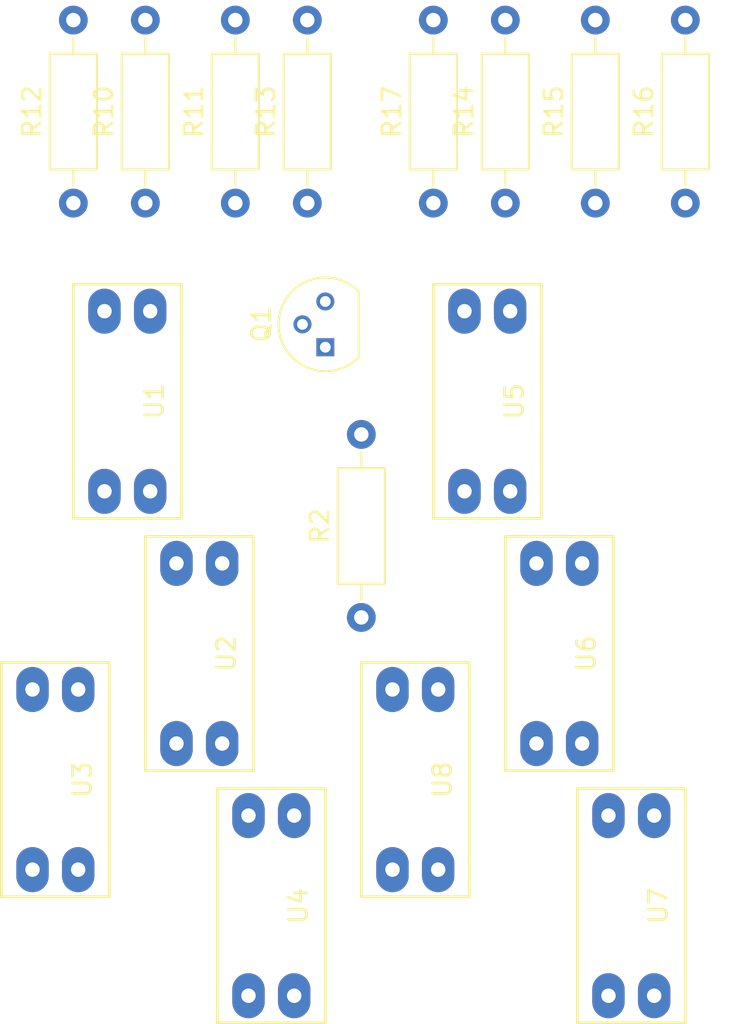
<source format=kicad_pcb>
(kicad_pcb (version 4) (host pcbnew 4.0.6)

  (general
    (links 32)
    (no_connects 32)
    (area 0 0 0 0)
    (thickness 1.6)
    (drawings 0)
    (tracks 0)
    (zones 0)
    (modules 18)
    (nets 13)
  )

  (page A4)
  (layers
    (0 F.Cu signal)
    (31 B.Cu signal)
    (32 B.Adhes user)
    (33 F.Adhes user)
    (34 B.Paste user)
    (35 F.Paste user)
    (36 B.SilkS user)
    (37 F.SilkS user)
    (38 B.Mask user)
    (39 F.Mask user)
    (40 Dwgs.User user)
    (41 Cmts.User user)
    (42 Eco1.User user)
    (43 Eco2.User user)
    (44 Edge.Cuts user)
    (45 Margin user)
    (46 B.CrtYd user)
    (47 F.CrtYd user)
    (48 B.Fab user)
    (49 F.Fab user)
  )

  (setup
    (last_trace_width 0.25)
    (trace_clearance 0.2)
    (zone_clearance 0.508)
    (zone_45_only no)
    (trace_min 0.2)
    (segment_width 0.2)
    (edge_width 0.15)
    (via_size 0.6)
    (via_drill 0.4)
    (via_min_size 0.4)
    (via_min_drill 0.3)
    (uvia_size 0.3)
    (uvia_drill 0.1)
    (uvias_allowed no)
    (uvia_min_size 0.2)
    (uvia_min_drill 0.1)
    (pcb_text_width 0.3)
    (pcb_text_size 1.5 1.5)
    (mod_edge_width 0.15)
    (mod_text_size 1 1)
    (mod_text_width 0.15)
    (pad_size 1.524 1.524)
    (pad_drill 0.762)
    (pad_to_mask_clearance 0.2)
    (aux_axis_origin 0 0)
    (visible_elements FFFFFF7F)
    (pcbplotparams
      (layerselection 0x00030_80000001)
      (usegerberextensions false)
      (excludeedgelayer true)
      (linewidth 0.100000)
      (plotframeref false)
      (viasonmask false)
      (mode 1)
      (useauxorigin false)
      (hpglpennumber 1)
      (hpglpenspeed 20)
      (hpglpendiameter 15)
      (hpglpenoverlay 2)
      (psnegative false)
      (psa4output false)
      (plotreference true)
      (plotvalue true)
      (plotinvisibletext false)
      (padsonsilk false)
      (subtractmaskfromsilk false)
      (outputformat 1)
      (mirror false)
      (drillshape 1)
      (scaleselection 1)
      (outputdirectory ""))
  )

  (net 0 "")
  (net 1 "Net-(Q1-Pad2)")
  (net 2 "Net-(Q1-Pad3)")
  (net 3 GND)
  (net 4 "Net-(R10-Pad1)")
  (net 5 +5V)
  (net 6 "Net-(R11-Pad1)")
  (net 7 "Net-(R12-Pad1)")
  (net 8 "Net-(R13-Pad1)")
  (net 9 "Net-(R14-Pad1)")
  (net 10 "Net-(R15-Pad1)")
  (net 11 "Net-(R16-Pad1)")
  (net 12 "Net-(R17-Pad1)")

  (net_class Default "This is the default net class."
    (clearance 0.2)
    (trace_width 0.25)
    (via_dia 0.6)
    (via_drill 0.4)
    (uvia_dia 0.3)
    (uvia_drill 0.1)
    (add_net +5V)
    (add_net GND)
    (add_net "Net-(Q1-Pad2)")
    (add_net "Net-(Q1-Pad3)")
    (add_net "Net-(R10-Pad1)")
    (add_net "Net-(R11-Pad1)")
    (add_net "Net-(R12-Pad1)")
    (add_net "Net-(R13-Pad1)")
    (add_net "Net-(R14-Pad1)")
    (add_net "Net-(R15-Pad1)")
    (add_net "Net-(R16-Pad1)")
    (add_net "Net-(R17-Pad1)")
  )

  (module TO_SOT_Packages_THT:TO-92_Molded_Narrow (layer F.Cu) (tedit 58CE52AF) (tstamp 59CC161B)
    (at 111 97 90)
    (descr "TO-92 leads molded, narrow, drill 0.6mm (see NXP sot054_po.pdf)")
    (tags "to-92 sc-43 sc-43a sot54 PA33 transistor")
    (path /59826E5B)
    (fp_text reference Q1 (at 1.27 -3.56 90) (layer F.SilkS)
      (effects (font (size 1 1) (thickness 0.15)))
    )
    (fp_text value PN2222A (at 1.27 2.79 90) (layer F.Fab)
      (effects (font (size 1 1) (thickness 0.15)))
    )
    (fp_text user %R (at 1.27 -3.56 90) (layer F.Fab)
      (effects (font (size 1 1) (thickness 0.15)))
    )
    (fp_line (start -0.53 1.85) (end 3.07 1.85) (layer F.SilkS) (width 0.12))
    (fp_line (start -0.5 1.75) (end 3 1.75) (layer F.Fab) (width 0.1))
    (fp_line (start -1.46 -2.73) (end 4 -2.73) (layer F.CrtYd) (width 0.05))
    (fp_line (start -1.46 -2.73) (end -1.46 2.01) (layer F.CrtYd) (width 0.05))
    (fp_line (start 4 2.01) (end 4 -2.73) (layer F.CrtYd) (width 0.05))
    (fp_line (start 4 2.01) (end -1.46 2.01) (layer F.CrtYd) (width 0.05))
    (fp_arc (start 1.27 0) (end 1.27 -2.48) (angle 135) (layer F.Fab) (width 0.1))
    (fp_arc (start 1.27 0) (end 1.27 -2.6) (angle -135) (layer F.SilkS) (width 0.12))
    (fp_arc (start 1.27 0) (end 1.27 -2.48) (angle -135) (layer F.Fab) (width 0.1))
    (fp_arc (start 1.27 0) (end 1.27 -2.6) (angle 135) (layer F.SilkS) (width 0.12))
    (pad 2 thru_hole circle (at 1.27 -1.27 180) (size 1 1) (drill 0.6) (layers *.Cu *.Mask)
      (net 1 "Net-(Q1-Pad2)"))
    (pad 3 thru_hole circle (at 2.54 0 180) (size 1 1) (drill 0.6) (layers *.Cu *.Mask)
      (net 2 "Net-(Q1-Pad3)"))
    (pad 1 thru_hole rect (at 0 0 180) (size 1 1) (drill 0.6) (layers *.Cu *.Mask)
      (net 3 GND))
    (model ${KISYS3DMOD}/TO_SOT_Packages_THT.3dshapes/TO-92_Molded_Narrow.wrl
      (at (xyz 0.05 0 0))
      (scale (xyz 1 1 1))
      (rotate (xyz 0 0 -90))
    )
  )

  (module Resistors_ThroughHole:R_Axial_DIN0207_L6.3mm_D2.5mm_P10.16mm_Horizontal (layer F.Cu) (tedit 5874F706) (tstamp 59CC1621)
    (at 113 112 90)
    (descr "Resistor, Axial_DIN0207 series, Axial, Horizontal, pin pitch=10.16mm, 0.25W = 1/4W, length*diameter=6.3*2.5mm^2, http://cdn-reichelt.de/documents/datenblatt/B400/1_4W%23YAG.pdf")
    (tags "Resistor Axial_DIN0207 series Axial Horizontal pin pitch 10.16mm 0.25W = 1/4W length 6.3mm diameter 2.5mm")
    (path /5982D566)
    (fp_text reference R2 (at 5.08 -2.31 90) (layer F.SilkS)
      (effects (font (size 1 1) (thickness 0.15)))
    )
    (fp_text value 1k (at 5.08 2.31 90) (layer F.Fab)
      (effects (font (size 1 1) (thickness 0.15)))
    )
    (fp_line (start 1.93 -1.25) (end 1.93 1.25) (layer F.Fab) (width 0.1))
    (fp_line (start 1.93 1.25) (end 8.23 1.25) (layer F.Fab) (width 0.1))
    (fp_line (start 8.23 1.25) (end 8.23 -1.25) (layer F.Fab) (width 0.1))
    (fp_line (start 8.23 -1.25) (end 1.93 -1.25) (layer F.Fab) (width 0.1))
    (fp_line (start 0 0) (end 1.93 0) (layer F.Fab) (width 0.1))
    (fp_line (start 10.16 0) (end 8.23 0) (layer F.Fab) (width 0.1))
    (fp_line (start 1.87 -1.31) (end 1.87 1.31) (layer F.SilkS) (width 0.12))
    (fp_line (start 1.87 1.31) (end 8.29 1.31) (layer F.SilkS) (width 0.12))
    (fp_line (start 8.29 1.31) (end 8.29 -1.31) (layer F.SilkS) (width 0.12))
    (fp_line (start 8.29 -1.31) (end 1.87 -1.31) (layer F.SilkS) (width 0.12))
    (fp_line (start 0.98 0) (end 1.87 0) (layer F.SilkS) (width 0.12))
    (fp_line (start 9.18 0) (end 8.29 0) (layer F.SilkS) (width 0.12))
    (fp_line (start -1.05 -1.6) (end -1.05 1.6) (layer F.CrtYd) (width 0.05))
    (fp_line (start -1.05 1.6) (end 11.25 1.6) (layer F.CrtYd) (width 0.05))
    (fp_line (start 11.25 1.6) (end 11.25 -1.6) (layer F.CrtYd) (width 0.05))
    (fp_line (start 11.25 -1.6) (end -1.05 -1.6) (layer F.CrtYd) (width 0.05))
    (pad 1 thru_hole circle (at 0 0 90) (size 1.6 1.6) (drill 0.8) (layers *.Cu *.Mask))
    (pad 2 thru_hole oval (at 10.16 0 90) (size 1.6 1.6) (drill 0.8) (layers *.Cu *.Mask)
      (net 1 "Net-(Q1-Pad2)"))
    (model ${KISYS3DMOD}/Resistors_THT.3dshapes/R_Axial_DIN0207_L6.3mm_D2.5mm_P10.16mm_Horizontal.wrl
      (at (xyz 0 0 0))
      (scale (xyz 0.393701 0.393701 0.393701))
      (rotate (xyz 0 0 0))
    )
  )

  (module Resistors_ThroughHole:R_Axial_DIN0207_L6.3mm_D2.5mm_P10.16mm_Horizontal (layer F.Cu) (tedit 5874F706) (tstamp 59CC1627)
    (at 101 89 90)
    (descr "Resistor, Axial_DIN0207 series, Axial, Horizontal, pin pitch=10.16mm, 0.25W = 1/4W, length*diameter=6.3*2.5mm^2, http://cdn-reichelt.de/documents/datenblatt/B400/1_4W%23YAG.pdf")
    (tags "Resistor Axial_DIN0207 series Axial Horizontal pin pitch 10.16mm 0.25W = 1/4W length 6.3mm diameter 2.5mm")
    (path /598263CC)
    (fp_text reference R10 (at 5.08 -2.31 90) (layer F.SilkS)
      (effects (font (size 1 1) (thickness 0.15)))
    )
    (fp_text value 270R (at 5.08 2.31 90) (layer F.Fab)
      (effects (font (size 1 1) (thickness 0.15)))
    )
    (fp_line (start 1.93 -1.25) (end 1.93 1.25) (layer F.Fab) (width 0.1))
    (fp_line (start 1.93 1.25) (end 8.23 1.25) (layer F.Fab) (width 0.1))
    (fp_line (start 8.23 1.25) (end 8.23 -1.25) (layer F.Fab) (width 0.1))
    (fp_line (start 8.23 -1.25) (end 1.93 -1.25) (layer F.Fab) (width 0.1))
    (fp_line (start 0 0) (end 1.93 0) (layer F.Fab) (width 0.1))
    (fp_line (start 10.16 0) (end 8.23 0) (layer F.Fab) (width 0.1))
    (fp_line (start 1.87 -1.31) (end 1.87 1.31) (layer F.SilkS) (width 0.12))
    (fp_line (start 1.87 1.31) (end 8.29 1.31) (layer F.SilkS) (width 0.12))
    (fp_line (start 8.29 1.31) (end 8.29 -1.31) (layer F.SilkS) (width 0.12))
    (fp_line (start 8.29 -1.31) (end 1.87 -1.31) (layer F.SilkS) (width 0.12))
    (fp_line (start 0.98 0) (end 1.87 0) (layer F.SilkS) (width 0.12))
    (fp_line (start 9.18 0) (end 8.29 0) (layer F.SilkS) (width 0.12))
    (fp_line (start -1.05 -1.6) (end -1.05 1.6) (layer F.CrtYd) (width 0.05))
    (fp_line (start -1.05 1.6) (end 11.25 1.6) (layer F.CrtYd) (width 0.05))
    (fp_line (start 11.25 1.6) (end 11.25 -1.6) (layer F.CrtYd) (width 0.05))
    (fp_line (start 11.25 -1.6) (end -1.05 -1.6) (layer F.CrtYd) (width 0.05))
    (pad 1 thru_hole circle (at 0 0 90) (size 1.6 1.6) (drill 0.8) (layers *.Cu *.Mask)
      (net 4 "Net-(R10-Pad1)"))
    (pad 2 thru_hole oval (at 10.16 0 90) (size 1.6 1.6) (drill 0.8) (layers *.Cu *.Mask)
      (net 5 +5V))
    (model ${KISYS3DMOD}/Resistors_THT.3dshapes/R_Axial_DIN0207_L6.3mm_D2.5mm_P10.16mm_Horizontal.wrl
      (at (xyz 0 0 0))
      (scale (xyz 0.393701 0.393701 0.393701))
      (rotate (xyz 0 0 0))
    )
  )

  (module Resistors_ThroughHole:R_Axial_DIN0207_L6.3mm_D2.5mm_P10.16mm_Horizontal (layer F.Cu) (tedit 5874F706) (tstamp 59CC162D)
    (at 106 89 90)
    (descr "Resistor, Axial_DIN0207 series, Axial, Horizontal, pin pitch=10.16mm, 0.25W = 1/4W, length*diameter=6.3*2.5mm^2, http://cdn-reichelt.de/documents/datenblatt/B400/1_4W%23YAG.pdf")
    (tags "Resistor Axial_DIN0207 series Axial Horizontal pin pitch 10.16mm 0.25W = 1/4W length 6.3mm diameter 2.5mm")
    (path /59826295)
    (fp_text reference R11 (at 5.08 -2.31 90) (layer F.SilkS)
      (effects (font (size 1 1) (thickness 0.15)))
    )
    (fp_text value 270R (at 5.08 2.31 90) (layer F.Fab)
      (effects (font (size 1 1) (thickness 0.15)))
    )
    (fp_line (start 1.93 -1.25) (end 1.93 1.25) (layer F.Fab) (width 0.1))
    (fp_line (start 1.93 1.25) (end 8.23 1.25) (layer F.Fab) (width 0.1))
    (fp_line (start 8.23 1.25) (end 8.23 -1.25) (layer F.Fab) (width 0.1))
    (fp_line (start 8.23 -1.25) (end 1.93 -1.25) (layer F.Fab) (width 0.1))
    (fp_line (start 0 0) (end 1.93 0) (layer F.Fab) (width 0.1))
    (fp_line (start 10.16 0) (end 8.23 0) (layer F.Fab) (width 0.1))
    (fp_line (start 1.87 -1.31) (end 1.87 1.31) (layer F.SilkS) (width 0.12))
    (fp_line (start 1.87 1.31) (end 8.29 1.31) (layer F.SilkS) (width 0.12))
    (fp_line (start 8.29 1.31) (end 8.29 -1.31) (layer F.SilkS) (width 0.12))
    (fp_line (start 8.29 -1.31) (end 1.87 -1.31) (layer F.SilkS) (width 0.12))
    (fp_line (start 0.98 0) (end 1.87 0) (layer F.SilkS) (width 0.12))
    (fp_line (start 9.18 0) (end 8.29 0) (layer F.SilkS) (width 0.12))
    (fp_line (start -1.05 -1.6) (end -1.05 1.6) (layer F.CrtYd) (width 0.05))
    (fp_line (start -1.05 1.6) (end 11.25 1.6) (layer F.CrtYd) (width 0.05))
    (fp_line (start 11.25 1.6) (end 11.25 -1.6) (layer F.CrtYd) (width 0.05))
    (fp_line (start 11.25 -1.6) (end -1.05 -1.6) (layer F.CrtYd) (width 0.05))
    (pad 1 thru_hole circle (at 0 0 90) (size 1.6 1.6) (drill 0.8) (layers *.Cu *.Mask)
      (net 6 "Net-(R11-Pad1)"))
    (pad 2 thru_hole oval (at 10.16 0 90) (size 1.6 1.6) (drill 0.8) (layers *.Cu *.Mask)
      (net 5 +5V))
    (model ${KISYS3DMOD}/Resistors_THT.3dshapes/R_Axial_DIN0207_L6.3mm_D2.5mm_P10.16mm_Horizontal.wrl
      (at (xyz 0 0 0))
      (scale (xyz 0.393701 0.393701 0.393701))
      (rotate (xyz 0 0 0))
    )
  )

  (module Resistors_ThroughHole:R_Axial_DIN0207_L6.3mm_D2.5mm_P10.16mm_Horizontal (layer F.Cu) (tedit 5874F706) (tstamp 59CC1633)
    (at 97 89 90)
    (descr "Resistor, Axial_DIN0207 series, Axial, Horizontal, pin pitch=10.16mm, 0.25W = 1/4W, length*diameter=6.3*2.5mm^2, http://cdn-reichelt.de/documents/datenblatt/B400/1_4W%23YAG.pdf")
    (tags "Resistor Axial_DIN0207 series Axial Horizontal pin pitch 10.16mm 0.25W = 1/4W length 6.3mm diameter 2.5mm")
    (path /598265FB)
    (fp_text reference R12 (at 5.08 -2.31 90) (layer F.SilkS)
      (effects (font (size 1 1) (thickness 0.15)))
    )
    (fp_text value 270R (at 5.08 2.31 90) (layer F.Fab)
      (effects (font (size 1 1) (thickness 0.15)))
    )
    (fp_line (start 1.93 -1.25) (end 1.93 1.25) (layer F.Fab) (width 0.1))
    (fp_line (start 1.93 1.25) (end 8.23 1.25) (layer F.Fab) (width 0.1))
    (fp_line (start 8.23 1.25) (end 8.23 -1.25) (layer F.Fab) (width 0.1))
    (fp_line (start 8.23 -1.25) (end 1.93 -1.25) (layer F.Fab) (width 0.1))
    (fp_line (start 0 0) (end 1.93 0) (layer F.Fab) (width 0.1))
    (fp_line (start 10.16 0) (end 8.23 0) (layer F.Fab) (width 0.1))
    (fp_line (start 1.87 -1.31) (end 1.87 1.31) (layer F.SilkS) (width 0.12))
    (fp_line (start 1.87 1.31) (end 8.29 1.31) (layer F.SilkS) (width 0.12))
    (fp_line (start 8.29 1.31) (end 8.29 -1.31) (layer F.SilkS) (width 0.12))
    (fp_line (start 8.29 -1.31) (end 1.87 -1.31) (layer F.SilkS) (width 0.12))
    (fp_line (start 0.98 0) (end 1.87 0) (layer F.SilkS) (width 0.12))
    (fp_line (start 9.18 0) (end 8.29 0) (layer F.SilkS) (width 0.12))
    (fp_line (start -1.05 -1.6) (end -1.05 1.6) (layer F.CrtYd) (width 0.05))
    (fp_line (start -1.05 1.6) (end 11.25 1.6) (layer F.CrtYd) (width 0.05))
    (fp_line (start 11.25 1.6) (end 11.25 -1.6) (layer F.CrtYd) (width 0.05))
    (fp_line (start 11.25 -1.6) (end -1.05 -1.6) (layer F.CrtYd) (width 0.05))
    (pad 1 thru_hole circle (at 0 0 90) (size 1.6 1.6) (drill 0.8) (layers *.Cu *.Mask)
      (net 7 "Net-(R12-Pad1)"))
    (pad 2 thru_hole oval (at 10.16 0 90) (size 1.6 1.6) (drill 0.8) (layers *.Cu *.Mask)
      (net 5 +5V))
    (model ${KISYS3DMOD}/Resistors_THT.3dshapes/R_Axial_DIN0207_L6.3mm_D2.5mm_P10.16mm_Horizontal.wrl
      (at (xyz 0 0 0))
      (scale (xyz 0.393701 0.393701 0.393701))
      (rotate (xyz 0 0 0))
    )
  )

  (module Resistors_ThroughHole:R_Axial_DIN0207_L6.3mm_D2.5mm_P10.16mm_Horizontal (layer F.Cu) (tedit 5874F706) (tstamp 59CC1639)
    (at 110 89 90)
    (descr "Resistor, Axial_DIN0207 series, Axial, Horizontal, pin pitch=10.16mm, 0.25W = 1/4W, length*diameter=6.3*2.5mm^2, http://cdn-reichelt.de/documents/datenblatt/B400/1_4W%23YAG.pdf")
    (tags "Resistor Axial_DIN0207 series Axial Horizontal pin pitch 10.16mm 0.25W = 1/4W length 6.3mm diameter 2.5mm")
    (path /598265E2)
    (fp_text reference R13 (at 5.08 -2.31 90) (layer F.SilkS)
      (effects (font (size 1 1) (thickness 0.15)))
    )
    (fp_text value 270R (at 5.08 2.31 90) (layer F.Fab)
      (effects (font (size 1 1) (thickness 0.15)))
    )
    (fp_line (start 1.93 -1.25) (end 1.93 1.25) (layer F.Fab) (width 0.1))
    (fp_line (start 1.93 1.25) (end 8.23 1.25) (layer F.Fab) (width 0.1))
    (fp_line (start 8.23 1.25) (end 8.23 -1.25) (layer F.Fab) (width 0.1))
    (fp_line (start 8.23 -1.25) (end 1.93 -1.25) (layer F.Fab) (width 0.1))
    (fp_line (start 0 0) (end 1.93 0) (layer F.Fab) (width 0.1))
    (fp_line (start 10.16 0) (end 8.23 0) (layer F.Fab) (width 0.1))
    (fp_line (start 1.87 -1.31) (end 1.87 1.31) (layer F.SilkS) (width 0.12))
    (fp_line (start 1.87 1.31) (end 8.29 1.31) (layer F.SilkS) (width 0.12))
    (fp_line (start 8.29 1.31) (end 8.29 -1.31) (layer F.SilkS) (width 0.12))
    (fp_line (start 8.29 -1.31) (end 1.87 -1.31) (layer F.SilkS) (width 0.12))
    (fp_line (start 0.98 0) (end 1.87 0) (layer F.SilkS) (width 0.12))
    (fp_line (start 9.18 0) (end 8.29 0) (layer F.SilkS) (width 0.12))
    (fp_line (start -1.05 -1.6) (end -1.05 1.6) (layer F.CrtYd) (width 0.05))
    (fp_line (start -1.05 1.6) (end 11.25 1.6) (layer F.CrtYd) (width 0.05))
    (fp_line (start 11.25 1.6) (end 11.25 -1.6) (layer F.CrtYd) (width 0.05))
    (fp_line (start 11.25 -1.6) (end -1.05 -1.6) (layer F.CrtYd) (width 0.05))
    (pad 1 thru_hole circle (at 0 0 90) (size 1.6 1.6) (drill 0.8) (layers *.Cu *.Mask)
      (net 8 "Net-(R13-Pad1)"))
    (pad 2 thru_hole oval (at 10.16 0 90) (size 1.6 1.6) (drill 0.8) (layers *.Cu *.Mask)
      (net 5 +5V))
    (model ${KISYS3DMOD}/Resistors_THT.3dshapes/R_Axial_DIN0207_L6.3mm_D2.5mm_P10.16mm_Horizontal.wrl
      (at (xyz 0 0 0))
      (scale (xyz 0.393701 0.393701 0.393701))
      (rotate (xyz 0 0 0))
    )
  )

  (module Resistors_ThroughHole:R_Axial_DIN0207_L6.3mm_D2.5mm_P10.16mm_Horizontal (layer F.Cu) (tedit 5874F706) (tstamp 59CC163F)
    (at 121 89 90)
    (descr "Resistor, Axial_DIN0207 series, Axial, Horizontal, pin pitch=10.16mm, 0.25W = 1/4W, length*diameter=6.3*2.5mm^2, http://cdn-reichelt.de/documents/datenblatt/B400/1_4W%23YAG.pdf")
    (tags "Resistor Axial_DIN0207 series Axial Horizontal pin pitch 10.16mm 0.25W = 1/4W length 6.3mm diameter 2.5mm")
    (path /59826C62)
    (fp_text reference R14 (at 5.08 -2.31 90) (layer F.SilkS)
      (effects (font (size 1 1) (thickness 0.15)))
    )
    (fp_text value 270R (at 5.08 2.31 90) (layer F.Fab)
      (effects (font (size 1 1) (thickness 0.15)))
    )
    (fp_line (start 1.93 -1.25) (end 1.93 1.25) (layer F.Fab) (width 0.1))
    (fp_line (start 1.93 1.25) (end 8.23 1.25) (layer F.Fab) (width 0.1))
    (fp_line (start 8.23 1.25) (end 8.23 -1.25) (layer F.Fab) (width 0.1))
    (fp_line (start 8.23 -1.25) (end 1.93 -1.25) (layer F.Fab) (width 0.1))
    (fp_line (start 0 0) (end 1.93 0) (layer F.Fab) (width 0.1))
    (fp_line (start 10.16 0) (end 8.23 0) (layer F.Fab) (width 0.1))
    (fp_line (start 1.87 -1.31) (end 1.87 1.31) (layer F.SilkS) (width 0.12))
    (fp_line (start 1.87 1.31) (end 8.29 1.31) (layer F.SilkS) (width 0.12))
    (fp_line (start 8.29 1.31) (end 8.29 -1.31) (layer F.SilkS) (width 0.12))
    (fp_line (start 8.29 -1.31) (end 1.87 -1.31) (layer F.SilkS) (width 0.12))
    (fp_line (start 0.98 0) (end 1.87 0) (layer F.SilkS) (width 0.12))
    (fp_line (start 9.18 0) (end 8.29 0) (layer F.SilkS) (width 0.12))
    (fp_line (start -1.05 -1.6) (end -1.05 1.6) (layer F.CrtYd) (width 0.05))
    (fp_line (start -1.05 1.6) (end 11.25 1.6) (layer F.CrtYd) (width 0.05))
    (fp_line (start 11.25 1.6) (end 11.25 -1.6) (layer F.CrtYd) (width 0.05))
    (fp_line (start 11.25 -1.6) (end -1.05 -1.6) (layer F.CrtYd) (width 0.05))
    (pad 1 thru_hole circle (at 0 0 90) (size 1.6 1.6) (drill 0.8) (layers *.Cu *.Mask)
      (net 9 "Net-(R14-Pad1)"))
    (pad 2 thru_hole oval (at 10.16 0 90) (size 1.6 1.6) (drill 0.8) (layers *.Cu *.Mask)
      (net 5 +5V))
    (model ${KISYS3DMOD}/Resistors_THT.3dshapes/R_Axial_DIN0207_L6.3mm_D2.5mm_P10.16mm_Horizontal.wrl
      (at (xyz 0 0 0))
      (scale (xyz 0.393701 0.393701 0.393701))
      (rotate (xyz 0 0 0))
    )
  )

  (module Resistors_ThroughHole:R_Axial_DIN0207_L6.3mm_D2.5mm_P10.16mm_Horizontal (layer F.Cu) (tedit 5874F706) (tstamp 59CC1645)
    (at 126 89 90)
    (descr "Resistor, Axial_DIN0207 series, Axial, Horizontal, pin pitch=10.16mm, 0.25W = 1/4W, length*diameter=6.3*2.5mm^2, http://cdn-reichelt.de/documents/datenblatt/B400/1_4W%23YAG.pdf")
    (tags "Resistor Axial_DIN0207 series Axial Horizontal pin pitch 10.16mm 0.25W = 1/4W length 6.3mm diameter 2.5mm")
    (path /59826C49)
    (fp_text reference R15 (at 5.08 -2.31 90) (layer F.SilkS)
      (effects (font (size 1 1) (thickness 0.15)))
    )
    (fp_text value 270R (at 5.08 2.31 90) (layer F.Fab)
      (effects (font (size 1 1) (thickness 0.15)))
    )
    (fp_line (start 1.93 -1.25) (end 1.93 1.25) (layer F.Fab) (width 0.1))
    (fp_line (start 1.93 1.25) (end 8.23 1.25) (layer F.Fab) (width 0.1))
    (fp_line (start 8.23 1.25) (end 8.23 -1.25) (layer F.Fab) (width 0.1))
    (fp_line (start 8.23 -1.25) (end 1.93 -1.25) (layer F.Fab) (width 0.1))
    (fp_line (start 0 0) (end 1.93 0) (layer F.Fab) (width 0.1))
    (fp_line (start 10.16 0) (end 8.23 0) (layer F.Fab) (width 0.1))
    (fp_line (start 1.87 -1.31) (end 1.87 1.31) (layer F.SilkS) (width 0.12))
    (fp_line (start 1.87 1.31) (end 8.29 1.31) (layer F.SilkS) (width 0.12))
    (fp_line (start 8.29 1.31) (end 8.29 -1.31) (layer F.SilkS) (width 0.12))
    (fp_line (start 8.29 -1.31) (end 1.87 -1.31) (layer F.SilkS) (width 0.12))
    (fp_line (start 0.98 0) (end 1.87 0) (layer F.SilkS) (width 0.12))
    (fp_line (start 9.18 0) (end 8.29 0) (layer F.SilkS) (width 0.12))
    (fp_line (start -1.05 -1.6) (end -1.05 1.6) (layer F.CrtYd) (width 0.05))
    (fp_line (start -1.05 1.6) (end 11.25 1.6) (layer F.CrtYd) (width 0.05))
    (fp_line (start 11.25 1.6) (end 11.25 -1.6) (layer F.CrtYd) (width 0.05))
    (fp_line (start 11.25 -1.6) (end -1.05 -1.6) (layer F.CrtYd) (width 0.05))
    (pad 1 thru_hole circle (at 0 0 90) (size 1.6 1.6) (drill 0.8) (layers *.Cu *.Mask)
      (net 10 "Net-(R15-Pad1)"))
    (pad 2 thru_hole oval (at 10.16 0 90) (size 1.6 1.6) (drill 0.8) (layers *.Cu *.Mask)
      (net 5 +5V))
    (model ${KISYS3DMOD}/Resistors_THT.3dshapes/R_Axial_DIN0207_L6.3mm_D2.5mm_P10.16mm_Horizontal.wrl
      (at (xyz 0 0 0))
      (scale (xyz 0.393701 0.393701 0.393701))
      (rotate (xyz 0 0 0))
    )
  )

  (module Resistors_ThroughHole:R_Axial_DIN0207_L6.3mm_D2.5mm_P10.16mm_Horizontal (layer F.Cu) (tedit 5874F706) (tstamp 59CC164B)
    (at 131 89 90)
    (descr "Resistor, Axial_DIN0207 series, Axial, Horizontal, pin pitch=10.16mm, 0.25W = 1/4W, length*diameter=6.3*2.5mm^2, http://cdn-reichelt.de/documents/datenblatt/B400/1_4W%23YAG.pdf")
    (tags "Resistor Axial_DIN0207 series Axial Horizontal pin pitch 10.16mm 0.25W = 1/4W length 6.3mm diameter 2.5mm")
    (path /59826C97)
    (fp_text reference R16 (at 5.08 -2.31 90) (layer F.SilkS)
      (effects (font (size 1 1) (thickness 0.15)))
    )
    (fp_text value 270R (at 5.08 2.31 90) (layer F.Fab)
      (effects (font (size 1 1) (thickness 0.15)))
    )
    (fp_line (start 1.93 -1.25) (end 1.93 1.25) (layer F.Fab) (width 0.1))
    (fp_line (start 1.93 1.25) (end 8.23 1.25) (layer F.Fab) (width 0.1))
    (fp_line (start 8.23 1.25) (end 8.23 -1.25) (layer F.Fab) (width 0.1))
    (fp_line (start 8.23 -1.25) (end 1.93 -1.25) (layer F.Fab) (width 0.1))
    (fp_line (start 0 0) (end 1.93 0) (layer F.Fab) (width 0.1))
    (fp_line (start 10.16 0) (end 8.23 0) (layer F.Fab) (width 0.1))
    (fp_line (start 1.87 -1.31) (end 1.87 1.31) (layer F.SilkS) (width 0.12))
    (fp_line (start 1.87 1.31) (end 8.29 1.31) (layer F.SilkS) (width 0.12))
    (fp_line (start 8.29 1.31) (end 8.29 -1.31) (layer F.SilkS) (width 0.12))
    (fp_line (start 8.29 -1.31) (end 1.87 -1.31) (layer F.SilkS) (width 0.12))
    (fp_line (start 0.98 0) (end 1.87 0) (layer F.SilkS) (width 0.12))
    (fp_line (start 9.18 0) (end 8.29 0) (layer F.SilkS) (width 0.12))
    (fp_line (start -1.05 -1.6) (end -1.05 1.6) (layer F.CrtYd) (width 0.05))
    (fp_line (start -1.05 1.6) (end 11.25 1.6) (layer F.CrtYd) (width 0.05))
    (fp_line (start 11.25 1.6) (end 11.25 -1.6) (layer F.CrtYd) (width 0.05))
    (fp_line (start 11.25 -1.6) (end -1.05 -1.6) (layer F.CrtYd) (width 0.05))
    (pad 1 thru_hole circle (at 0 0 90) (size 1.6 1.6) (drill 0.8) (layers *.Cu *.Mask)
      (net 11 "Net-(R16-Pad1)"))
    (pad 2 thru_hole oval (at 10.16 0 90) (size 1.6 1.6) (drill 0.8) (layers *.Cu *.Mask)
      (net 5 +5V))
    (model ${KISYS3DMOD}/Resistors_THT.3dshapes/R_Axial_DIN0207_L6.3mm_D2.5mm_P10.16mm_Horizontal.wrl
      (at (xyz 0 0 0))
      (scale (xyz 0.393701 0.393701 0.393701))
      (rotate (xyz 0 0 0))
    )
  )

  (module Resistors_ThroughHole:R_Axial_DIN0207_L6.3mm_D2.5mm_P10.16mm_Horizontal (layer F.Cu) (tedit 5874F706) (tstamp 59CC1651)
    (at 117 89 90)
    (descr "Resistor, Axial_DIN0207 series, Axial, Horizontal, pin pitch=10.16mm, 0.25W = 1/4W, length*diameter=6.3*2.5mm^2, http://cdn-reichelt.de/documents/datenblatt/B400/1_4W%23YAG.pdf")
    (tags "Resistor Axial_DIN0207 series Axial Horizontal pin pitch 10.16mm 0.25W = 1/4W length 6.3mm diameter 2.5mm")
    (path /59826C7E)
    (fp_text reference R17 (at 5.08 -2.31 90) (layer F.SilkS)
      (effects (font (size 1 1) (thickness 0.15)))
    )
    (fp_text value 270R (at 5.08 2.31 90) (layer F.Fab)
      (effects (font (size 1 1) (thickness 0.15)))
    )
    (fp_line (start 1.93 -1.25) (end 1.93 1.25) (layer F.Fab) (width 0.1))
    (fp_line (start 1.93 1.25) (end 8.23 1.25) (layer F.Fab) (width 0.1))
    (fp_line (start 8.23 1.25) (end 8.23 -1.25) (layer F.Fab) (width 0.1))
    (fp_line (start 8.23 -1.25) (end 1.93 -1.25) (layer F.Fab) (width 0.1))
    (fp_line (start 0 0) (end 1.93 0) (layer F.Fab) (width 0.1))
    (fp_line (start 10.16 0) (end 8.23 0) (layer F.Fab) (width 0.1))
    (fp_line (start 1.87 -1.31) (end 1.87 1.31) (layer F.SilkS) (width 0.12))
    (fp_line (start 1.87 1.31) (end 8.29 1.31) (layer F.SilkS) (width 0.12))
    (fp_line (start 8.29 1.31) (end 8.29 -1.31) (layer F.SilkS) (width 0.12))
    (fp_line (start 8.29 -1.31) (end 1.87 -1.31) (layer F.SilkS) (width 0.12))
    (fp_line (start 0.98 0) (end 1.87 0) (layer F.SilkS) (width 0.12))
    (fp_line (start 9.18 0) (end 8.29 0) (layer F.SilkS) (width 0.12))
    (fp_line (start -1.05 -1.6) (end -1.05 1.6) (layer F.CrtYd) (width 0.05))
    (fp_line (start -1.05 1.6) (end 11.25 1.6) (layer F.CrtYd) (width 0.05))
    (fp_line (start 11.25 1.6) (end 11.25 -1.6) (layer F.CrtYd) (width 0.05))
    (fp_line (start 11.25 -1.6) (end -1.05 -1.6) (layer F.CrtYd) (width 0.05))
    (pad 1 thru_hole circle (at 0 0 90) (size 1.6 1.6) (drill 0.8) (layers *.Cu *.Mask)
      (net 12 "Net-(R17-Pad1)"))
    (pad 2 thru_hole oval (at 10.16 0 90) (size 1.6 1.6) (drill 0.8) (layers *.Cu *.Mask)
      (net 5 +5V))
    (model ${KISYS3DMOD}/Resistors_THT.3dshapes/R_Axial_DIN0207_L6.3mm_D2.5mm_P10.16mm_Horizontal.wrl
      (at (xyz 0 0 0))
      (scale (xyz 0.393701 0.393701 0.393701))
      (rotate (xyz 0 0 0))
    )
  )

  (module ITR9608:ITR9608 (layer F.Cu) (tedit 59CC13C7) (tstamp 59CC1659)
    (at 100 100)
    (path /598263BF)
    (fp_text reference U1 (at 1.5 0 90) (layer F.SilkS)
      (effects (font (size 1 1) (thickness 0.15)))
    )
    (fp_text value ITR9608 (at -1.5 0 90) (layer F.Fab)
      (effects (font (size 1 1) (thickness 0.15)))
    )
    (fp_line (start -3 6.5) (end -3 -6.5) (layer F.SilkS) (width 0.15))
    (fp_line (start 3 6.5) (end -3 6.5) (layer F.SilkS) (width 0.15))
    (fp_line (start 3 -6.5) (end 3 6.5) (layer F.SilkS) (width 0.15))
    (fp_line (start -3 -6.5) (end 3 -6.5) (layer F.SilkS) (width 0.15))
    (pad 2 thru_hole oval (at -1.27 -5) (size 1.8 2.5) (drill 0.8) (layers *.Cu *.Mask)
      (net 2 "Net-(Q1-Pad3)"))
    (pad 3 thru_hole oval (at -1.27 5) (size 1.8 2.5) (drill 0.8) (layers *.Cu *.Mask))
    (pad 1 thru_hole oval (at 1.27 -5) (size 1.8 2.5) (drill 0.8) (layers *.Cu *.Mask)
      (net 4 "Net-(R10-Pad1)"))
    (pad 4 thru_hole oval (at 1.27 5) (size 1.8 2.5) (drill 0.8) (layers *.Cu *.Mask)
      (net 3 GND))
  )

  (module ITR9608:ITR9608 (layer F.Cu) (tedit 59CC13C7) (tstamp 59CC1661)
    (at 104 114)
    (path /59CC4C3B)
    (fp_text reference U2 (at 1.5 0 90) (layer F.SilkS)
      (effects (font (size 1 1) (thickness 0.15)))
    )
    (fp_text value ITR9608 (at -1.5 0 90) (layer F.Fab)
      (effects (font (size 1 1) (thickness 0.15)))
    )
    (fp_line (start -3 6.5) (end -3 -6.5) (layer F.SilkS) (width 0.15))
    (fp_line (start 3 6.5) (end -3 6.5) (layer F.SilkS) (width 0.15))
    (fp_line (start 3 -6.5) (end 3 6.5) (layer F.SilkS) (width 0.15))
    (fp_line (start -3 -6.5) (end 3 -6.5) (layer F.SilkS) (width 0.15))
    (pad 2 thru_hole oval (at -1.27 -5) (size 1.8 2.5) (drill 0.8) (layers *.Cu *.Mask)
      (net 2 "Net-(Q1-Pad3)"))
    (pad 3 thru_hole oval (at -1.27 5) (size 1.8 2.5) (drill 0.8) (layers *.Cu *.Mask))
    (pad 1 thru_hole oval (at 1.27 -5) (size 1.8 2.5) (drill 0.8) (layers *.Cu *.Mask)
      (net 6 "Net-(R11-Pad1)"))
    (pad 4 thru_hole oval (at 1.27 5) (size 1.8 2.5) (drill 0.8) (layers *.Cu *.Mask)
      (net 3 GND))
  )

  (module ITR9608:ITR9608 (layer F.Cu) (tedit 59CC13C7) (tstamp 59CC1669)
    (at 96 121)
    (path /59CC4C77)
    (fp_text reference U3 (at 1.5 0 90) (layer F.SilkS)
      (effects (font (size 1 1) (thickness 0.15)))
    )
    (fp_text value ITR9608 (at -1.5 0 90) (layer F.Fab)
      (effects (font (size 1 1) (thickness 0.15)))
    )
    (fp_line (start -3 6.5) (end -3 -6.5) (layer F.SilkS) (width 0.15))
    (fp_line (start 3 6.5) (end -3 6.5) (layer F.SilkS) (width 0.15))
    (fp_line (start 3 -6.5) (end 3 6.5) (layer F.SilkS) (width 0.15))
    (fp_line (start -3 -6.5) (end 3 -6.5) (layer F.SilkS) (width 0.15))
    (pad 2 thru_hole oval (at -1.27 -5) (size 1.8 2.5) (drill 0.8) (layers *.Cu *.Mask)
      (net 2 "Net-(Q1-Pad3)"))
    (pad 3 thru_hole oval (at -1.27 5) (size 1.8 2.5) (drill 0.8) (layers *.Cu *.Mask))
    (pad 1 thru_hole oval (at 1.27 -5) (size 1.8 2.5) (drill 0.8) (layers *.Cu *.Mask)
      (net 7 "Net-(R12-Pad1)"))
    (pad 4 thru_hole oval (at 1.27 5) (size 1.8 2.5) (drill 0.8) (layers *.Cu *.Mask)
      (net 3 GND))
  )

  (module ITR9608:ITR9608 (layer F.Cu) (tedit 59CC13C7) (tstamp 59CC1671)
    (at 108 128)
    (path /59CC4CB4)
    (fp_text reference U4 (at 1.5 0 90) (layer F.SilkS)
      (effects (font (size 1 1) (thickness 0.15)))
    )
    (fp_text value ITR9608 (at -1.5 0 90) (layer F.Fab)
      (effects (font (size 1 1) (thickness 0.15)))
    )
    (fp_line (start -3 6.5) (end -3 -6.5) (layer F.SilkS) (width 0.15))
    (fp_line (start 3 6.5) (end -3 6.5) (layer F.SilkS) (width 0.15))
    (fp_line (start 3 -6.5) (end 3 6.5) (layer F.SilkS) (width 0.15))
    (fp_line (start -3 -6.5) (end 3 -6.5) (layer F.SilkS) (width 0.15))
    (pad 2 thru_hole oval (at -1.27 -5) (size 1.8 2.5) (drill 0.8) (layers *.Cu *.Mask)
      (net 2 "Net-(Q1-Pad3)"))
    (pad 3 thru_hole oval (at -1.27 5) (size 1.8 2.5) (drill 0.8) (layers *.Cu *.Mask))
    (pad 1 thru_hole oval (at 1.27 -5) (size 1.8 2.5) (drill 0.8) (layers *.Cu *.Mask)
      (net 8 "Net-(R13-Pad1)"))
    (pad 4 thru_hole oval (at 1.27 5) (size 1.8 2.5) (drill 0.8) (layers *.Cu *.Mask)
      (net 3 GND))
  )

  (module ITR9608:ITR9608 (layer F.Cu) (tedit 59CC13C7) (tstamp 59CC1679)
    (at 120 100)
    (path /59CC4F32)
    (fp_text reference U5 (at 1.5 0 90) (layer F.SilkS)
      (effects (font (size 1 1) (thickness 0.15)))
    )
    (fp_text value ITR9608 (at -1.5 0 90) (layer F.Fab)
      (effects (font (size 1 1) (thickness 0.15)))
    )
    (fp_line (start -3 6.5) (end -3 -6.5) (layer F.SilkS) (width 0.15))
    (fp_line (start 3 6.5) (end -3 6.5) (layer F.SilkS) (width 0.15))
    (fp_line (start 3 -6.5) (end 3 6.5) (layer F.SilkS) (width 0.15))
    (fp_line (start -3 -6.5) (end 3 -6.5) (layer F.SilkS) (width 0.15))
    (pad 2 thru_hole oval (at -1.27 -5) (size 1.8 2.5) (drill 0.8) (layers *.Cu *.Mask)
      (net 2 "Net-(Q1-Pad3)"))
    (pad 3 thru_hole oval (at -1.27 5) (size 1.8 2.5) (drill 0.8) (layers *.Cu *.Mask))
    (pad 1 thru_hole oval (at 1.27 -5) (size 1.8 2.5) (drill 0.8) (layers *.Cu *.Mask)
      (net 9 "Net-(R14-Pad1)"))
    (pad 4 thru_hole oval (at 1.27 5) (size 1.8 2.5) (drill 0.8) (layers *.Cu *.Mask)
      (net 3 GND))
  )

  (module ITR9608:ITR9608 (layer F.Cu) (tedit 59CC13C7) (tstamp 59CC1681)
    (at 124 114)
    (path /59CC4F76)
    (fp_text reference U6 (at 1.5 0 90) (layer F.SilkS)
      (effects (font (size 1 1) (thickness 0.15)))
    )
    (fp_text value ITR9608 (at -1.5 0 90) (layer F.Fab)
      (effects (font (size 1 1) (thickness 0.15)))
    )
    (fp_line (start -3 6.5) (end -3 -6.5) (layer F.SilkS) (width 0.15))
    (fp_line (start 3 6.5) (end -3 6.5) (layer F.SilkS) (width 0.15))
    (fp_line (start 3 -6.5) (end 3 6.5) (layer F.SilkS) (width 0.15))
    (fp_line (start -3 -6.5) (end 3 -6.5) (layer F.SilkS) (width 0.15))
    (pad 2 thru_hole oval (at -1.27 -5) (size 1.8 2.5) (drill 0.8) (layers *.Cu *.Mask)
      (net 2 "Net-(Q1-Pad3)"))
    (pad 3 thru_hole oval (at -1.27 5) (size 1.8 2.5) (drill 0.8) (layers *.Cu *.Mask))
    (pad 1 thru_hole oval (at 1.27 -5) (size 1.8 2.5) (drill 0.8) (layers *.Cu *.Mask)
      (net 10 "Net-(R15-Pad1)"))
    (pad 4 thru_hole oval (at 1.27 5) (size 1.8 2.5) (drill 0.8) (layers *.Cu *.Mask)
      (net 3 GND))
  )

  (module ITR9608:ITR9608 (layer F.Cu) (tedit 59CC13C7) (tstamp 59CC1689)
    (at 128 128)
    (path /59CC4FBD)
    (fp_text reference U7 (at 1.5 0 90) (layer F.SilkS)
      (effects (font (size 1 1) (thickness 0.15)))
    )
    (fp_text value ITR9608 (at -1.5 0 90) (layer F.Fab)
      (effects (font (size 1 1) (thickness 0.15)))
    )
    (fp_line (start -3 6.5) (end -3 -6.5) (layer F.SilkS) (width 0.15))
    (fp_line (start 3 6.5) (end -3 6.5) (layer F.SilkS) (width 0.15))
    (fp_line (start 3 -6.5) (end 3 6.5) (layer F.SilkS) (width 0.15))
    (fp_line (start -3 -6.5) (end 3 -6.5) (layer F.SilkS) (width 0.15))
    (pad 2 thru_hole oval (at -1.27 -5) (size 1.8 2.5) (drill 0.8) (layers *.Cu *.Mask)
      (net 2 "Net-(Q1-Pad3)"))
    (pad 3 thru_hole oval (at -1.27 5) (size 1.8 2.5) (drill 0.8) (layers *.Cu *.Mask))
    (pad 1 thru_hole oval (at 1.27 -5) (size 1.8 2.5) (drill 0.8) (layers *.Cu *.Mask)
      (net 11 "Net-(R16-Pad1)"))
    (pad 4 thru_hole oval (at 1.27 5) (size 1.8 2.5) (drill 0.8) (layers *.Cu *.Mask)
      (net 3 GND))
  )

  (module ITR9608:ITR9608 (layer F.Cu) (tedit 59CC13C7) (tstamp 59CC1691)
    (at 116 121)
    (path /59CC5007)
    (fp_text reference U8 (at 1.5 0 90) (layer F.SilkS)
      (effects (font (size 1 1) (thickness 0.15)))
    )
    (fp_text value ITR9608 (at -1.5 0 90) (layer F.Fab)
      (effects (font (size 1 1) (thickness 0.15)))
    )
    (fp_line (start -3 6.5) (end -3 -6.5) (layer F.SilkS) (width 0.15))
    (fp_line (start 3 6.5) (end -3 6.5) (layer F.SilkS) (width 0.15))
    (fp_line (start 3 -6.5) (end 3 6.5) (layer F.SilkS) (width 0.15))
    (fp_line (start -3 -6.5) (end 3 -6.5) (layer F.SilkS) (width 0.15))
    (pad 2 thru_hole oval (at -1.27 -5) (size 1.8 2.5) (drill 0.8) (layers *.Cu *.Mask)
      (net 2 "Net-(Q1-Pad3)"))
    (pad 3 thru_hole oval (at -1.27 5) (size 1.8 2.5) (drill 0.8) (layers *.Cu *.Mask))
    (pad 1 thru_hole oval (at 1.27 -5) (size 1.8 2.5) (drill 0.8) (layers *.Cu *.Mask)
      (net 12 "Net-(R17-Pad1)"))
    (pad 4 thru_hole oval (at 1.27 5) (size 1.8 2.5) (drill 0.8) (layers *.Cu *.Mask)
      (net 3 GND))
  )

)

</source>
